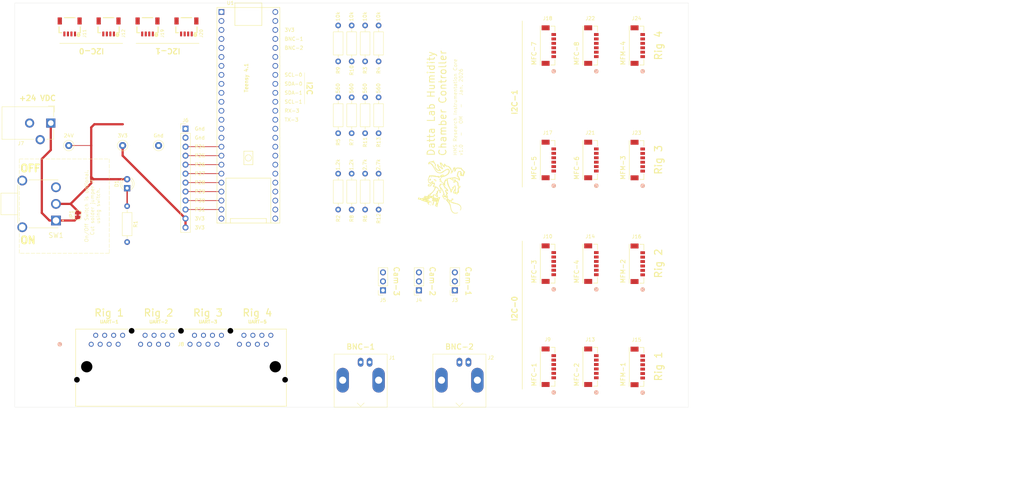
<source format=kicad_pcb>
(kicad_pcb (version 20241229) (generator "pcbnew") (generator_version "9.0")
  (title_block (title "Datta Lab Humidity Chamber Controller") (date "2026-01-07") (rev "1.0") (company "HMS Research Instrumentation Core"))
  (layers (0 "F.Cu" signal) (2 "B.Cu" signal) (13 "F.Paste" user) (15 "B.Paste" user) (5 "F.SilkS" user "F.Silkscreen") (7 "B.SilkS" user "B.Silkscreen") (1 "F.Mask" user) (3 "B.Mask" user) (25 "Edge.Cuts" user))
  (net 0 "")
  (net 1 "Net-(JP1-A)")
  (net 2 "Net-(J6-Pin_4)")
  (net 3 "Net-(J6-Pin_10)")
  (net 4 "Net-(J6-Pin_7)")
  (net 5 "/BNC-1")
  (net 6 "/BNC-2")
  (net 7 "/Cam-1-GPIO-1")
  (net 8 "/Cam-1-GPIO-2")
  (net 9 "GND")
  (net 10 "/SCL-1")
  (net 11 "+24V")
  (net 12 "/SDA-1")
  (net 14 "/Cam-2-GPIO-1")
  (net 17 "Net-(J18-Pin_2)")
  (net 18 "/Cam-2-GPIO-2")
  (net 19 "/Cam-3-GPIO-2")
  (net 20 "/Cam-3-GPIO-1")
  (net 21 "Net-(J6-Pin_8)")
  (net 22 "Net-(J6-Pin_5)")
  (net 23 "Net-(J6-Pin_3)")
  (net 24 "Net-(J6-Pin_6)")
  (net 25 "Net-(J6-Pin_9)")
  (net 27 "+3.3V")
  (net 28 "/GPIO-5")
  (net 30 "/TX-1")
  (net 31 "/TX-5")
  (net 34 "/GPIO-3")
  (net 37 "/GPIO-1")
  (net 40 "/RX-1")
  (net 43 "/GPIO-2")
  (net 46 "/RX-2")
  (net 47 "/TX-3")
  (net 51 "/RX-5")
  (net 55 "/SDA-0")
  (net 56 "/SCL-0")
  (net 57 "Net-(J10-Pin_2)")
  (net 59 "Net-(J13-Pin_2)")
  (net 62 "Net-(J14-Pin_2)")
  (net 64 "Net-(J16-Pin_2)")
  (net 65 "Net-(J21-Pin_2)")
  (net 68 "Net-(J22-Pin_2)")
  (net 70 "Net-(J24-Pin_2)")
  (net 79 "/TX-2")
  (net 80 "/RX-3")
  (net 84 "Net-(D1-K)")
  (footprint "Resistor_THT:R_Axial_DIN0207_L6.3mm_D2.5mm_P10.16mm_Horizontal" (layer "F.Cu") (at 54.61 82.8525 -90)
    (property "Reference" "R1")
    (property "Value" "R")
  )
  (footprint "Resistor_THT:R_Axial_DIN0207_L6.3mm_D2.5mm_P10.16mm_Horizontal" (layer "F.Cu") (at 121.92 41.91 90)
    (property "Reference" "R3")
    (property "Value" "10k")
  )
  (footprint "RIC Logo Footprints:RIC_Logo_15mm" (layer "F.Cu") (at 143.51 77.47 90)
    (property "Reference" "G1" (hide yes))
    (property "Value" "RIC_Logo" (hide yes))
  )
  (footprint "Resistor_THT:R_Axial_DIN0207_L6.3mm_D2.5mm_P10.16mm_Horizontal" (layer "F.Cu") (at 125.73 62.23 90)
    (property "Reference" "R13")
    (property "Value" "560")
  )
  (footprint "Connector_Sensirion:CONN_50556806xx_MOL" (layer "F.Cu") (at 185.580452 69.795001 90)
    (property "Reference" "J21")
    (property "Value" "MFC 2")
  )
  (footprint "SparkFun-Connectors:1X04_1MM_RA" (layer "F.Cu") (at 60.372413 34.15284 180)
    (property "Reference" "J19")
    (property "Value" "I2C_STANDARDQWIIC")
  )
  (footprint "Resistor_THT:R_Axial_DIN0207_L6.3mm_D2.5mm_P10.16mm_Horizontal" (layer "F.Cu") (at 114.3 41.91 90)
    (property "Reference" "R9")
    (property "Value" "10k")
  )
  (footprint "Connector_Sensirion:CONN_50556806xx_MOL" (layer "F.Cu") (at 173.5404 37.438334 90)
    (property "Reference" "J18")
    (property "Value" "MFC 3")
  )
  (footprint "Connector_Sensirion:CONN_50556806xx_MOL" (layer "F.Cu") (at 198.695399 128.324999 90)
    (property "Reference" "J15")
    (property "Value" "MFM 1")
  )
  (footprint "Resistor_THT:R_Axial_DIN0207_L6.3mm_D2.5mm_P10.16mm_Horizontal" (layer "F.Cu") (at 118.11 62.23 90)
    (property "Reference" "R7")
    (property "Value" "560")
  )
  (footprint "MountingHole:MountingHole_3.2mm_M3" (layer "F.Cu") (at 208.28 30.48)
    (property "Reference" "H6" (hide yes))
    (property "Value" "MountingHole")
  )
  (footprint "TestPoint:TestPoint_Loop_D1.80mm_Drill1.0mm_Beaded" (layer "F.Cu") (at 53.34 65.7075)
    (property "Reference" "TP3" (hide yes))
    (property "Value" "3V3")
  )
  (footprint "Connector_PinSocket_2.54mm:PinSocket_1x03_P2.54mm_Vertical" (layer "F.Cu") (at 126.975 106.665 180)
    (property "Reference" "J5")
    (property "Value" "Cam-3")
  )
  (footprint "MountingHole:MountingHole_3.2mm_M3" (layer "F.Cu") (at 304.8 139.7)
    (property "Reference" "H4" (hide yes))
    (property "Value" "MountingHole" (hide yes))
  )
  (footprint "Connector_BarrelJack:BarrelJack_CUI_PJ-102AH_Horizontal" (layer "F.Cu") (at 33.02 59.3575 -90)
    (property "Reference" "J7")
    (property "Value" "+24 VDC")
  )
  (footprint "Resistor_THT:R_Axial_DIN0207_L6.3mm_D2.5mm_P10.16mm_Horizontal" (layer "F.Cu") (at 114.3 62.23 90)
    (property "Reference" "R5")
    (property "Value" "560")
  )
  (footprint "Connector_Coaxial:BNC_Amphenol_B6252HB-NPP3G-50_Horizontal" (layer "F.Cu") (at 148.59 127 180)
    (property "Reference" "J2")
    (property "Value" "BNC-2")
  )
  (footprint "Jumper:SolderJumper-2_P1.3mm_Bridged_RoundedPad1.0x1.5mm" (layer "F.Cu") (at 40.64 85.3775 90)
    (property "Reference" "JP1")
    (property "Value" "SolderJumper_2_Open")
  )
  (footprint "RJ45_x4:CONN_A00-432-262-450_EDA" (layer "F.Cu") (at 44.45 121.92)
    (property "Reference" "J8")
    (property "Value" "A00-432-262-450")
  )
  (footprint "LED_THT:LED_D3.0mm" (layer "F.Cu") (at 54.61 77.7725 90)
    (property "Reference" "D1")
    (property "Value" "LED")
  )
  (footprint "Resistor_THT:R_Axial_DIN0207_L6.3mm_D2.5mm_P10.16mm_Horizontal" (layer "F.Cu") (at 118.11 41.91 90)
    (property "Reference" "R10")
    (property "Value" "10k")
  )
  (footprint "OnOff_Switch:SW_500SSP1S1M6QEA" (layer "F.Cu") (at 29.718 82.2175 90)
    (property "Reference" "SW1")
    (property "Value" "500SSP1S1M6QEA")
  )
  (footprint "Connector_Sensirion:CONN_50556806xx_MOL" (layer "F.Cu") (at 173.5404 69.795001 90)
    (property "Reference" "J17")
    (property "Value" "MFC 1")
  )
  (footprint "Connector_Sensirion:CONN_50556806xx_MOL" (layer "F.Cu") (at 185.580452 99.114999 90)
    (property "Reference" "J14")
    (property "Value" "MFC 4")
  )
  (footprint "SparkFun-Connectors:1X04_1MM_RA" (layer "F.Cu") (at 71.37908 34.15284 180)
    (property "Reference" "J20")
    (property "Value" "I2C_STANDARDQWIIC")
  )
  (footprint "Resistor_THT:R_Axial_DIN0207_L6.3mm_D2.5mm_P10.16mm_Horizontal" (layer "F.Cu") (at 121.92 83.82 90)
    (property "Reference" "R6")
    (property "Value" "2.7k")
  )
  (footprint "Connector_Sensirion:CONN_50556806xx_MOL" (layer "F.Cu") (at 198.695399 37.438334 90)
    (property "Reference" "J24")
    (property "Value" "MFM 2")
  )
  (footprint "SparkFun-Connectors:1X04_1MM_RA" (layer "F.Cu") (at 49.365747 34.15284 180)
    (property "Reference" "J12")
    (property "Value" "I2C_STANDARDQWIIC")
  )
  (footprint "TestPoint:TestPoint_Loop_D1.80mm_Drill1.0mm_Beaded" (layer "F.Cu") (at 63.5 65.7075)
    (property "Reference" "TP1" (hide yes))
    (property "Value" "Gnd")
  )
  (footprint "Resistor_THT:R_Axial_DIN0207_L6.3mm_D2.5mm_P10.16mm_Horizontal" (layer "F.Cu") (at 125.73 83.82 90)
    (property "Reference" "R12")
    (property "Value" "2.7k")
  )
  (footprint "Connector_Sensirion:CONN_50556806xx_MOL" (layer "F.Cu") (at 173.5404 99.114999 90)
    (property "Reference" "J10")
    (property "Value" "MFC 3")
  )
  (footprint "Connector_Sensirion:CONN_50556806xx_MOL" (layer "F.Cu") (at 198.695399 99.151665 90)
    (property "Reference" "J16")
    (property "Value" "MFM 2")
  )
  (footprint "Connector_PinSocket_2.54mm:PinSocket_1x03_P2.54mm_Vertical" (layer "F.Cu") (at 137.135 106.665 180)
    (property "Reference" "J4")
    (property "Value" "Cam-2")
  )
  (footprint "Resistor_THT:R_Axial_DIN0207_L6.3mm_D2.5mm_P10.16mm_Horizontal" (layer "F.Cu") (at 125.73 41.91 90)
    (property "Reference" "R4")
    (property "Value" "10k")
  )
  (footprint "MountingHole:MountingHole_3.2mm_M3" (layer "F.Cu") (at 27.94 134.62)
    (property "Reference" "H2" (hide yes))
    (property "Value" "MountingHole" (hide yes))
  )
  (footprint "teensy:Teensy41_noInternalPins" (layer "F.Cu") (at 88.9 57.15 -90)
    (property "Reference" "U1")
    (property "Value" "Teensy4.1")
  )
  (footprint "MountingHole:MountingHole_3.2mm_M3" (layer "F.Cu") (at 27.94 30.48)
    (property "Reference" "H1" (hide yes))
    (property "Value" "MountingHole" (hide yes))
  )
  (footprint "Connector_Sensirion:CONN_50556806xx_MOL" (layer "F.Cu") (at 185.580452 37.438334 90)
    (property "Reference" "J22")
    (property "Value" "MFC 4")
  )
  (footprint "Resistor_THT:R_Axial_DIN0207_L6.3mm_D2.5mm_P10.16mm_Horizontal" (layer "F.Cu") (at 114.3 83.82 90)
    (property "Reference" "R2")
    (property "Value" "1.2k")
  )
  (footprint "Connector_Sensirion:CONN_50556806xx_MOL" (layer "F.Cu") (at 173.5404 128.27 90)
    (property "Reference" "J9")
    (property "Value" "MFC 1")
  )
  (footprint "TestPoint:TestPoint_Loop_D1.80mm_Drill1.0mm_Beaded" (layer "F.Cu") (at 38.1 65.7075)
    (property "Reference" "TP2" (hide yes))
    (property "Value" "24V")
  )
  (footprint "Connector_PinHeader_2.54mm:PinHeader_1x12_P2.54mm_Vertical" (layer "F.Cu") (at 71.12 60.96)
    (property "Reference" "J6")
    (property "Value" "GPIO Breakout Header")
  )
  (footprint "SparkFun-Connectors:1X04_1MM_RA" (layer "F.Cu") (at 38.35908 34.15284 180)
    (property "Reference" "J11")
    (property "Value" "I2C_STANDARDQWIIC")
  )
  (footprint "Connector_Coaxial:BNC_Amphenol_B6252HB-NPP3G-50_Horizontal" (layer "F.Cu") (at 120.65 127 180)
    (property "Reference" "J1")
    (property "Value" "BNC-1")
  )
  (footprint "Resistor_THT:R_Axial_DIN0207_L6.3mm_D2.5mm_P10.16mm_Horizontal" (layer "F.Cu") (at 121.92 62.23 90)
    (property "Reference" "R11")
    (property "Value" "560")
  )
  (footprint "MountingHole:MountingHole_3.2mm_M3" (layer "F.Cu") (at 304.8 38.1)
    (property "Reference" "H3" (hide yes))
    (property "Value" "MountingHole" (hide yes))
  )
  (footprint "Connector_Sensirion:CONN_50556806xx_MOL" (layer "F.Cu") (at 185.580452 128.27 90)
    (property "Reference" "J13")
    (property "Value" "MFC 2")
  )
  (footprint "Resistor_THT:R_Axial_DIN0207_L6.3mm_D2.5mm_P10.16mm_Horizontal" (layer "F.Cu") (at 118.11 83.82 90)
    (property "Reference" "R8")
    (property "Value" "1.2k")
  )
  (footprint "Connector_PinSocket_2.54mm:PinSocket_1x03_P2.54mm_Vertical" (layer "F.Cu") (at 147.295 106.665 180)
    (property "Reference" "J3")
    (property "Value" "Cam-1")
  )
  (footprint "Connector_Sensirion:CONN_50556806xx_MOL" (layer "F.Cu") (at 198.695399 69.813334 90)
    (property "Reference" "J23")
    (property "Value" "MFM 1")
  )
  (footprint "MountingHole:MountingHole_3.2mm_M3" (layer "F.Cu") (at 208.28 134.62)
    (property "Reference" "H5" (hide yes))
    (property "Value" "MountingHole")
  )
  (gr_line (start 104.775 45.085) (end 104.775 53.995892) (stroke (width 0.1)) (layer "F.SilkS"))
  (gr_line (start 35.56 36.83) (end 53.34 36.83) (stroke (width 0.1524)) (layer "F.SilkS"))
  (gr_rect (start 24.13 69.5175) (end 49.53 96.1875) (stroke (width 0.1) (type dash)) (fill no) (layer "F.SilkS"))
  (gr_line (start 166.37 92.71) (end 166.37 134.62) (stroke (width 0.1524)) (layer "F.SilkS"))
  (gr_line (start 57.15 36.83) (end 74.93 36.83) (stroke (width 0.1524)) (layer "F.SilkS"))
  (gr_line (start 166.37 30.48) (end 166.37 77.47) (stroke (width 0.1524)) (layer "F.SilkS"))
  (gr_rect (start 22.86 25.4) (end 213.36 139.7) (stroke (width 0.05)) (fill no) (layer "Edge.Cuts"))
  (gr_text "HMS Research Instrumentation Core\nv1.0   -   OM   -   Jan. 2026" (at 149.606 68.58 90) (layer "F.SilkS") (effects (font (size 1 1) (thickness 0.1)) (justify left bottom)))
  (gr_text "P30" (at 73.66 81.28 0) (layer "F.SilkS") (effects (font (size 1 1)) (justify left)))
  (gr_text "MFC-2" (at 181.737093 133.927738 90) (layer "F.SilkS") (effects (font (size 1.27 1.27) (thickness 0.2032)) (justify left)))
  (gr_text "BNC-1" (at 99.06 35.56 0) (layer "F.SilkS") (effects (font (size 1 1)) (justify left)))
  (gr_text "P29" (at 73.66 78.74 0) (layer "F.SilkS") (effects (font (size 1 1)) (justify left)))
  (gr_text "SDA-1" (at 99.06 50.8 0) (layer "F.SilkS") (effects (font (size 1 1)) (justify left)))
  (gr_text "Teensy 4.1" (at 88.9 50.8 90) (layer "F.SilkS") (effects (font (size 1.016 1.016) (thickness 0.1905)) (justify left bottom)))
  (gr_text "MFC-1" (at 169.697041 133.927738 90) (layer "F.SilkS") (effects (font (size 1.27 1.27) (thickness 0.2032)) (justify left)))
  (gr_text "MFM-1" (at 194.85204 133.927738 90) (layer "F.SilkS") (effects (font (size 1.27 1.27) (thickness 0.2032)) (justify left)))
  (gr_text "MFC-5" (at 169.697041 75.489405 90) (layer "F.SilkS") (effects (font (size 1.27 1.27) (thickness 0.2032)) (justify left)))
  (gr_text "3V3" (at 73.66 88.9 0) (layer "F.SilkS") (effects (font (size 1 1)) (justify left)))
  (gr_text "I2C-0" (at 165.1 115.57 90) (layer "F.SilkS") (effects (font (size 1.524 1.524) (thickness 0.3048) (bold yes)) (justify left bottom)))
  (gr_text "MFC-8" (at 181.737093 43.096072 90) (layer "F.SilkS") (effects (font (size 1.27 1.27) (thickness 0.2032)) (justify left)))
  (gr_text "I2C-1" (at 69.85 38.1 180) (layer "F.SilkS") (effects (font (size 1.524 1.524) (thickness 0.3048) (bold yes)) (justify left bottom)))
  (gr_text "Rig 1" (at 204.870664 128.189845 90) (layer "F.SilkS") (effects (font (size 2.032 2.032) (thickness 0.3048) (bold yes))))
  (gr_text "Rig 2" (at 204.870664 99.053177 90) (layer "F.SilkS") (effects (font (size 2.032 2.032) (thickness 0.3048) (bold yes))))
  (gr_text "MFC-6" (at 181.737093 75.489405 90) (layer "F.SilkS") (effects (font (size 1.27 1.27) (thickness 0.2032)) (justify left)))
  (gr_text "Gnd" (at 73.66 63.5 0) (layer "F.SilkS") (effects (font (size 1 1)) (justify left)))
  (gr_text "3V3" (at 99.06 33.02 0) (layer "F.SilkS") (effects (font (size 1 1)) (justify left)))
  (gr_text "MFM-3" (at 194.85204 75.489405 90) (layer "F.SilkS") (effects (font (size 1.27 1.27) (thickness 0.2032)) (justify left)))
  (gr_text "I2C" (at 105.279625 47.486916 270) (layer "F.SilkS") (effects (font (size 1.524 1.524) (thickness 0.3048) (bold yes)) (justify left bottom)))
  (gr_text "Rig 2" (at 63.5 113.03 0) (layer "F.SilkS") (effects (font (size 2.032 2.032) (thickness 0.3048) (bold yes))))
  (gr_text "I2C-0" (at 48.26 38.1 180) (layer "F.SilkS") (effects (font (size 1.524 1.524) (thickness 0.3048) (bold yes)) (justify left bottom)))
  (gr_text "ON" (at 24.13 93.6475 0) (layer "F.SilkS") (effects (font (size 2 2) (thickness 0.5) (bold yes)) (justify left bottom)))
  (gr_text "Rig 3" (at 204.870664 69.751512 90) (layer "F.SilkS") (effects (font (size 2.032 2.032) (thickness 0.3048) (bold yes))))
  (gr_text "P24" (at 73.66 66.04 0) (layer "F.SilkS") (effects (font (size 1 1)) (justify left)))
  (gr_text "P27" (at 73.66 73.66 0) (layer "F.SilkS") (effects (font (size 1 1)) (justify left)))
  (gr_text "Rig 4" (at 204.870664 37.413178 90) (layer "F.SilkS") (effects (font (size 2.032 2.032) (thickness 0.3048) (bold yes))))
  (gr_text "Rig 4" (at 91.44 113.03 0) (layer "F.SilkS") (effects (font (size 2.032 2.032) (thickness 0.3048) (bold yes))))
  (gr_text "MFM-4" (at 194.85204 43.096072 90) (layer "F.SilkS") (effects (font (size 1.27 1.27) (thickness 0.2032)) (justify left)))
  (gr_text "MFM-2" (at 194.85204 104.79107 90) (layer "F.SilkS") (effects (font (size 1.27 1.27) (thickness 0.2032)) (justify left)))
  (gr_text "Gnd" (at 73.66 60.96 0) (layer "F.SilkS") (effects (font (size 1 1)) (justify left)))
  (gr_text "SCL-1" (at 99.06 53.34 0) (layer "F.SilkS") (effects (font (size 1 1)) (justify left)))
  (gr_text "I2C-1" (at 165.1 57.15 90) (layer "F.SilkS") (effects (font (size 1.524 1.524) (thickness 0.3048) (bold yes)) (justify left bottom)))
  (gr_text "MFC-7" (at 169.697041 43.096072 90) (layer "F.SilkS") (effects (font (size 1.27 1.27) (thickness 0.2032)) (justify left)))
  (gr_text "UART-3" (at 77.47 115.57 0) (layer "F.SilkS") (effects (font (size 0.889 0.889) (thickness 0.2032) (bold yes))))
  (gr_text "MFC-4" (at 181.737093 104.79107 90) (layer "F.SilkS") (effects (font (size 1.27 1.27) (thickness 0.2032)) (justify left)))
  (gr_text "UART-5" (at 91.44 115.57 0) (layer "F.SilkS") (effects (font (size 0.889 0.889) (thickness 0.2032) (bold yes))))
  (gr_text "BNC-2" (at 99.06 38.1 0) (layer "F.SilkS") (effects (font (size 1 1)) (justify left)))
  (gr_text "RX-3" (at 99.06 55.88 0) (layer "F.SilkS") (effects (font (size 1 1)) (justify left)))
  (gr_text "3V3" (at 73.66 86.36 0) (layer "F.SilkS") (effects (font (size 1 1)) (justify left)))
  (gr_text "Rig 1" (at 49.53 113.03 0) (layer "F.SilkS") (effects (font (size 2.032 2.032) (thickness 0.3048) (bold yes))))
  (gr_text "UART-1" (at 49.53 115.57 0) (layer "F.SilkS") (effects (font (size 0.889 0.889) (thickness 0.2032) (bold yes))))
  (gr_text "SCL-0" (at 99.06 45.72 0) (layer "F.SilkS") (effects (font (size 1 1)) (justify left)))
  (gr_text "P25" (at 73.66 68.58 0) (layer "F.SilkS") (effects (font (size 1 1)) (justify left)))
  (gr_text "P28" (at 73.66 76.2 0) (layer "F.SilkS") (effects (font (size 1 1)) (justify left)))
  (gr_text "Rig 3" (at 77.47 113.03 0) (layer "F.SilkS") (effects (font (size 2.032 2.032) (thickness 0.3048) (bold yes))))
  (gr_text "P31" (at 73.66 83.82 0) (layer "F.SilkS") (effects (font (size 1 1)) (justify left)))
  (gr_text "Datta Lab Humidity \nChamber Controller" (at 145.034 68.834 90) (layer "F.SilkS") (effects (font (size 2.032 2.032) (thickness 0.254)) (justify left bottom)))
  (gr_text "UART-2" (at 63.5 115.57 0) (layer "F.SilkS") (effects (font (size 0.889 0.889) (thickness 0.2032) (bold yes))))
  (gr_text "TX-3" (at 99.06 58.42 0) (layer "F.SilkS") (effects (font (size 1 1)) (justify left)))
  (gr_text "On/Off Switch is optional.\nCut solder jumper if \nusing switch." (at 46.99 82.7975 90) (layer "F.SilkS") (effects (font (size 1.016 1.016) (thickness 0.1)) (justify bottom)))
  (gr_text "OFF" (at 24.13 73.3275 0) (layer "F.SilkS") (effects (font (size 2 2) (thickness 0.5) (bold yes)) (justify left bottom)))
  (gr_text "P26" (at 73.66 71.12 0) (layer "F.SilkS") (effects (font (size 1 1)) (justify left)))
  (gr_text "MFC-3" (at 169.697041 104.79107 90) (layer "F.SilkS") (effects (font (size 1.27 1.27) (thickness 0.2032)) (justify left)))
  (gr_text "SDA-0" (at 99.06 48.26 0) (layer "F.SilkS") (effects (font (size 1 1)) (justify left)))
  (segment (start 30.48 84.7575) (end 32.64 86.9175) (width 0.635) (layer "F.Cu") (net 1))
  (segment (start 33.02 59.3575) (end 33.02 66.9775) (width 0.635) (layer "F.Cu") (net 1))
  (segment (start 39.75 86.9175) (end 40.64 86.0275) (width 0.635) (layer "F.Cu") (net 1))
  (segment (start 34.483 86.9175) (end 39.75 86.9175) (width 0.635) (layer "F.Cu") (net 1))
  (segment (start 30.48 69.5175) (end 30.48 84.7575) (width 0.635) (layer "F.Cu") (net 1))
  (segment (start 33.02 66.9775) (end 30.48 69.5175) (width 0.635) (layer "F.Cu") (net 1))
  (segment (start 32.64 86.9175) (end 34.483 86.9175) (width 0.635) (layer "F.Cu") (net 1))
  (segment (start 71.12 68.58) (end 81.28 68.58) (width 0.2) (layer "F.Cu") (net 2))
  (segment (start 71.12 83.82) (end 81.28 83.82) (width 0.2) (layer "F.Cu") (net 3))
  (segment (start 71.12 76.2) (end 81.28 76.2) (width 0.2) (layer "F.Cu") (net 4))
  (segment (start 45.3475 59.69) (end 44.45 60.5875) (width 0.635) (layer "F.Cu") (net 11))
  (segment (start 35.56 82.2175) (end 34.483 82.2175) (width 0.635) (layer "F.Cu") (net 11))
  (segment (start 40.64 84.7275) (end 40.64 84.2495) (width 0.635) (layer "F.Cu") (net 11))
  (segment (start 40.64 84.2495) (end 38.608 82.2175) (width 0.635) (layer "F.Cu") (net 11))
  (segment (start 44.45 65.7075) (end 44.45 74.5975) (width 0.635) (layer "F.Cu") (net 11))
  (segment (start 44.45 76.3755) (end 38.608 82.2175) (width 0.635) (layer "F.Cu") (net 11))
  (segment (start 53.3825 59.69) (end 45.3475 59.69) (width 0.635) (layer "F.Cu") (net 11))
  (segment (start 38.1 65.7075) (end 44.45 65.7075) (width 0.2) (layer "F.Cu") (net 11))
  (segment (start 45.085 75.2325) (end 54.61 75.2325) (width 0.635) (layer "F.Cu") (net 11))
  (segment (start 41.395 84.7275) (end 40.64 84.7275) (width 0.635) (layer "F.Cu") (net 11))
  (segment (start 38.608 82.2175) (end 35.56 82.2175) (width 0.635) (layer "F.Cu") (net 11))
  (segment (start 44.45 74.5975) (end 45.085 75.2325) (width 0.635) (layer "F.Cu") (net 11))
  (segment (start 44.45 60.5875) (end 44.45 65.7075) (width 0.635) (layer "F.Cu") (net 11))
  (segment (start 44.45 74.5975) (end 44.45 76.3755) (width 0.635) (layer "F.Cu") (net 11))
  (segment (start 71.12 78.74) (end 81.28 78.74) (width 0.2) (layer "F.Cu") (net 21))
  (segment (start 81.28 71.12) (end 71.12 71.12) (width 0.2) (layer "F.Cu") (net 22))
  (segment (start 71.12 66.04) (end 81.28 66.04) (width 0.2) (layer "F.Cu") (net 23))
  (segment (start 71.12 73.66) (end 81.28 73.66) (width 0.2) (layer "F.Cu") (net 24))
  (segment (start 71.12 81.28) (end 81.28 81.28) (width 0.2) (layer "F.Cu") (net 25))
  (segment (start 53.34 65.7075) (end 53.34 68.58) (width 0.635) (layer "F.Cu") (net 27))
  (segment (start 71.12 86.36) (end 71.12 88.9) (width 0.635) (layer "F.Cu") (net 27))
  (segment (start 53.34 68.58) (end 71.12 86.36) (width 0.635) (layer "F.Cu") (net 27))
  (segment (start 54.61 77.7725) (end 54.61 82.8525) (width 0.381) (layer "F.Cu") (net 84))
)
</source>
